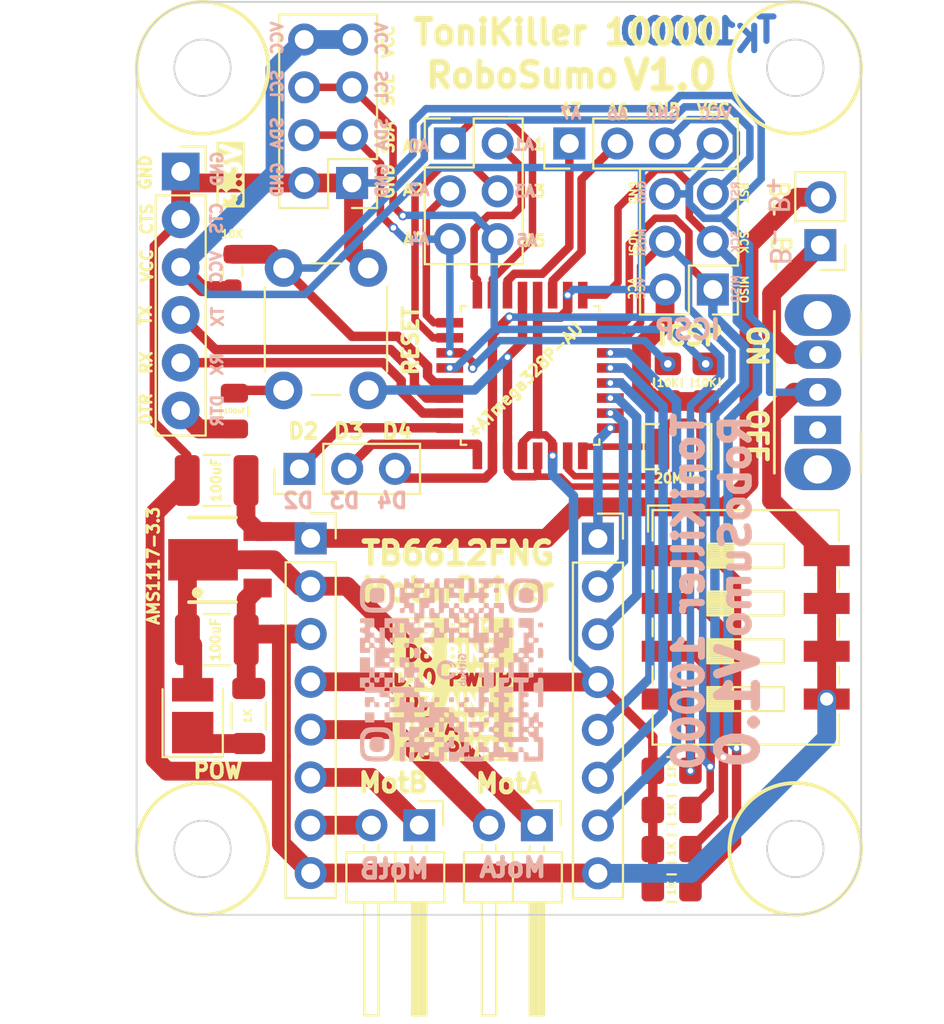
<source format=kicad_pcb>
(kicad_pcb (version 20221018) (generator pcbnew)
  (layers (0 "F.Cu" signal) (31 "B.Cu" signal) (34 "B.Paste" user) (35 "F.Paste" user) (36 "B.SilkS" user "B.Silkscreen") (37 "F.SilkS" user "F.Silkscreen") (38 "B.Mask" user) (39 "F.Mask" user) (44 "Edge.Cuts" user))
  (net 0 "")
  (net 1 "+BATT")
  (net 2 "RESET")
  (net 3 "Net-(J7-Pin_2)")
  (net 4 "Net-(J7-Pin_1)")
  (net 5 "Net-(J6-Pin_1)")
  (net 6 "Net-(J6-Pin_2)")
  (net 7 "Net-(D1-K)")
  (net 8 "D12{slash}MISO")
  (net 9 "Net-(U1-XTAL1{slash}PB6)")
  (net 10 "Net-(U1-XTAL2{slash}PB7)")
  (net 11 "D13{slash}SCK")
  (net 12 "A6")
  (net 13 "A7")
  (net 14 "D11{slash}MOSI")
  (net 15 "D3")
  (net 16 "TX")
  (net 17 "RX")
  (net 18 "A0")
  (net 19 "A1")
  (net 20 "A2")
  (net 21 "A3")
  (net 22 "+5V")
  (net 23 "D4")
  (net 24 "D5{slash}PWMA")
  (net 25 "D6{slash}AIN2")
  (net 26 "GND")
  (net 27 "Net-(J1-Pin_1)")
  (net 29 "D7{slash}AIN1")
  (net 30 "D8{slash}BIN1")
  (net 31 "D9{slash}BIN2")
  (net 32 "D10{slash}PWMB")
  (net 33 "A4{slash}SDA")
  (net 34 "A5{slash}SCL")
  (net 35 "D2")
  (net 36 "Net-(J5-Pin_6)")
  (footprint "Resistor_SMD:R_0805_2012Metric_Pad1.20x1.40mm_HandSolder" (layer "F.Cu") (at 174.44125 93.74 -90)
    (fp_text reference "R11" hide)
    (fp_text value "10K")
  )
  (footprint "Connector_PinHeader_2.54mm:PinHeader_1x04_P2.54mm_Vertical" (layer "F.Cu") (at 169.206376 81.034874 90)
    (fp_text reference "J10" hide)
    (fp_text value "Conn_01x04_Pin")
  )
  (footprint "Resistor_SMD:R_0805_2012Metric_Pad1.20x1.40mm_HandSolder" (layer "F.Cu") (at 174.64125 114.36)
    (fp_text reference "R10" hide)
    (fp_text value "1K")
  )
  (footprint "Button_Switch_THT:SW_CuK_OS102011MA1QN1_SPDT_Angled" (layer "F.Cu") (at 182.40125 96.25 90)
    (fp_text reference "SW1" hide)
    (fp_text value "SW_SPDT" hide)
  )
  (footprint "Button_Switch_THT:SW_PUSH_6mm" (layer "F.Cu") (at 158.52125 87.65 -90)
    (fp_text reference "SW2" hide)
    (fp_text value "RESET")
  )
  (footprint "Resistor_SMD:R_1206_3216Metric" (layer "F.Cu") (at 152.16905 111.4497 -90)
    (fp_text reference "R1" hide)
    (fp_text value "1K")
  )
  (footprint "Resistor_SMD:R_0805_2012Metric_Pad1.20x1.40mm_HandSolder" (layer "F.Cu") (at 176.45125 93.74 -90)
    (fp_text reference "R12" hide)
    (fp_text value "10K")
  )
  (footprint "Connector_PinSocket_2.54mm:PinSocket_1x06_P2.54mm_Vertical" (layer "F.Cu") (at 148.55125 82.52)
    (fp_text reference "J5" hide)
    (fp_text value "Conn_01x06_MountingPin")
  )
  (footprint "Capacitor_SMD:C_1210_3225Metric_Pad1.33x2.70mm_HandSolder" (layer "F.Cu") (at 150.47 107.4)
    (fp_text reference "C2" hide)
    (fp_text value "100uF")
  )
  (footprint "TQFP32_32A_MCH" (layer "F.Cu") (at 167.11845 93.3578 90)
    (fp_text reference "U1" hide)
    (fp_text value "ATmega328P-AU ")
  )
  (footprint "Connector_PinHeader_2.54mm:PinHeader_2x04_P2.54mm_Vertical" (layer "F.Cu") (at 157.65625 83.13 180)
    (fp_text reference "J9" hide)
    (fp_text value "I2C_Sensors" hide)
  )
  (footprint "Connector_PinHeader_2.54mm:PinHeader_1x02_P2.54mm_Vertical" (layer "F.Cu") (at 182.54125 86.43 180)
    (fp_text reference "J1" hide)
    (fp_text value "BAT" hide)
  )
  (footprint "Resistor_SMD:R_0805_2012Metric_Pad1.20x1.40mm_HandSolder" (layer "F.Cu") (at 174.64125 116.44)
    (fp_text reference "R9" hide)
    (fp_text value "1K")
  )
  (footprint "Resistor_SMD:R_0805_2012Metric_Pad1.20x1.40mm_HandSolder" (layer "F.Cu") (at 174.64125 120.6)
    (fp_text reference "R7" hide)
    (fp_text value "1K")
  )
  (footprint "LED_SMD:LED_PLCC_2835" (layer "F.Cu") (at 149.19 111.43 90)
    (fp_text reference "D1" hide)
    (fp_text value "POW")
  )
  (footprint "Connector_PinSocket_2.54mm:PinSocket_1x08_P2.54mm_Vertical" (layer "F.Cu") (at 170.724836 102.0275)
    (fp_text reference "J21" hide)
    (fp_text value "Conn_01x03")
  )
  (footprint "Connector_PinHeader_2.54mm:PinHeader_1x03_P2.54mm_Vertical" (layer "F.Cu") (at 154.86125 98.32 90)
    (fp_text reference "J8" hide)
    (fp_text value "Conn_01x03_Pin")
  )
  (footprint "Button_Switch_SMD:SW_DIP_SPSTx04_Slide_9.78x12.34mm_W8.61mm_P2.54mm" (layer "F.Cu") (at 178.57625 106.74)
    (fp_text reference "SW3" hide)
    (fp_text value "SW_DIP_x04")
  )
  (footprint "Connector_PinHeader_2.54mm:PinHeader_1x02_P2.54mm_Horizontal" (layer "F.Cu") (at 167.477436 117.250228 -90)
    (fp_text reference "J7" hide)
    (fp_text value "MotA")
  )
  (footprint "Connector_PinHeader_2.54mm:PinHeader_2x03_P2.54mm_Vertical" (layer "F.Cu") (at 176.83125 88.79 180)
    (fp_text reference "J2" hide)
    (fp_text value "ICSP")
  )
  (footprint "Crystal:Resonator_SMD_Murata_CSTxExxV-3Pin_3.0x1.1mm" (layer "F.Cu") (at 174.95125 97.14 180)
    (fp_text reference "Y1" hide)
    (fp_text value "20MHz")
  )
  (footprint "Connector_PinHeader_2.54mm:PinHeader_1x02_P2.54mm_Horizontal" (layer "F.Cu") (at 161.227436 117.250228 -90)
    (fp_text reference "J6" hide)
    (fp_text value "MotB")
  )
  (footprint "78L05:PK(R-PSSO-F3)" (layer "F.Cu") (at 148.99 103.15 90)
    (fp_text reference "U2" hide)
    (fp_text value "AMS1117-3.3")
  )
  (footprint "Connector_PinSocket_2.54mm:PinSocket_1x08_P2.54mm_Vertical" (layer "F.Cu") (at 155.459836 102.0125)
    (fp_text reference "J20" hide)
    (fp_text value "BAT")
  )
  (footprint "Resistor_SMD:R_0603_1608Metric_Pad0.98x0.95mm_HandSolder" (layer "F.Cu") (at 151.31125 87.83 -90)
    (fp_text reference "R2" hide)
    (fp_text value "10K")
  )
  (footprint "Capacitor_SMD:C_0805_2012Metric" (layer "F.Cu") (at 151.40625 95.25 90)
    (fp_text reference "C3" hide)
    (fp_text value "100nF")
  )
  (footprint "Capacitor_SMD:C_1210_3225Metric_Pad1.33x2.70mm_HandSolder" (layer "F.Cu") (at 150.46 98.94 180)
    (fp_text reference "C1" hide)
    (fp_text value "100uF")
  )
  (footprint "Resistor_SMD:R_0805_2012Metric_Pad1.20x1.40mm_HandSolder" (layer "F.Cu") (at 174.64125 118.52)
    (fp_text reference "R8" hide)
    (fp_text value "1K")
  )
  (footprint "Connector_PinHeader_2.54mm:PinHeader_2x03_P2.54mm_Vertical" (layer "F.Cu") (at 162.856376 81.034874)
    (fp_text reference "J4" hide)
    (fp_text value "ICSP" hide)
  )
  (footprint "LOGO" (layer "B.Cu") (at 162.885432 109.022351 -90)
    (fp_text reference "G***" hide)
    (fp_text value "LOGO" hide)
  )
  (gr_circle (center 181.21125 118.51) (end 181.21125 122.01) (stroke (width 0.2)) (fill none) (layer "F.SilkS"))
  (gr_circle (center 181.21125 77.01) (end 181.21125 80.51) (stroke (width 0.2)) (fill none) (layer "F.SilkS"))
  (gr_circle (center 149.71125 118.51) (end 149.71125 122.01) (stroke (width 0.2)) (fill none) (layer "F.SilkS"))
  (gr_circle (center 149.71125 77.01) (end 149.71125 80.51) (stroke (width 0.2)) (fill none) (layer "F.SilkS"))
  (gr_arc (start 184.71125 118.51) (mid 183.686094 120.984843) (end 181.21125 122.01) (stroke (width 0.1)) (layer "Edge.Cuts"))
  (gr_circle (center 149.71125 77.01) (end 149.71125 78.51) (stroke (width 0.1)) (fill none) (layer "Edge.Cuts"))
  (gr_line (start 149.71125 122.01) (end 181.21125 122.01) (stroke (width 0.1)) (layer "Edge.Cuts"))
  (gr_arc (start 149.71125 122.01) (mid 147.236376 120.984874) (end 146.21125 118.51) (stroke (width 0.1)) (layer "Edge.Cuts"))
  (gr_line (start 181.21125 73.51) (end 149.71125 73.51) (stroke (width 0.1)) (layer "Edge.Cuts"))
  (gr_arc (start 181.21125 73.51) (mid 183.686132 74.535122) (end 184.71125 77.01) (stroke (width 0.1)) (layer "Edge.Cuts"))
  (gr_circle (center 149.71125 118.51) (end 149.71125 120.01) (stroke (width 0.1)) (fill none) (layer "Edge.Cuts"))
  (gr_circle (center 181.21125 118.51) (end 181.21125 120.01) (stroke (width 0.1)) (fill none) (layer "Edge.Cuts"))
  (gr_arc (start 146.21125 77.01) (mid 147.236347 74.535097) (end 149.71125 73.51) (stroke (width 0.1)) (layer "Edge.Cuts"))
  (gr_line (start 146.21125 77.01) (end 146.21125 118.51) (stroke (width 0.1)) (layer "Edge.Cuts"))
  (gr_circle (center 181.21125 77.01) (end 181.21125 78.51) (stroke (width 0.1)) (fill none) (layer "Edge.Cuts"))
  (gr_line (start 184.71125 118.51) (end 184.71125 77.01) (stroke (width 0.1)) (layer "Edge.Cuts"))
  (gr_text "K" (at 178.69 75.49) (layer "B.Cu") (effects (font (size 1.3 1.3) (thickness 0.325) bold) (justify mirror)))
  (gr_text "10000\n" (at 175.01 75.08) (layer "B.Cu") (effects (font (size 1.3 1.3) (thickness 0.325) bold) (justify mirror)))
  (gr_text "T\n" (at 179.68 75) (layer "B.Cu") (effects (font (size 1.3 1.3) (thickness 0.325) bold) (justify mirror)))
  (gr_text "CTS" (at 150.46 85.01 90) (layer "B.SilkS") (effects (font (size 0.6 0.6) (thickness 0.15) bold) (justify mirror)))
  (gr_text "GND" (at 159.24 81.99 90) (layer "B.SilkS") (effects (font (size 0.6 0.6)) (justify left mirror)))
  (gr_text "GND" (at 153.68 81.95 90) (layer "B.SilkS") (effects (font (size 0.6 0.6)) (justify left mirror)))
  (gr_text "ICSP\n\n" (at 175.49 91.73) (layer "B.SilkS") (effects (font (size 1 1) (thickness 0.25) bold) (justify mirror)))
  (gr_text "A4" (at 161.85 86.11) (layer "B.SilkS") (effects (font (size 0.6 0.6)) (justify left mirror)))
  (gr_text "SDA" (at 153.68 79.55 90) (layer "B.SilkS") (effects (font (size 0.6 0.6)) (justify left mirror)))
  (gr_text "A6" (at 172.4 79.47) (layer "B.SilkS") (effects (font (size 0.6 0.6)) (justify left mirror)))
  (gr_text "A3" (at 167.48 83.57) (layer "B.SilkS") (effects (font (size 0.6 0.6)) (justify left mirror)))
  (gr_text "ToniKiller 10000\n" (at 175.55 104.85 90) (layer "B.SilkS") (effects (font (size 1.5 1.5) (thickness 0.375) bold) (justify mirror)))
  (gr_text "VCC" (at 153.68 74.47 90) (layer "B.SilkS") (effects (font (size 0.6 0.6)) (justify left mirror)))
  (gr_text "B_{+}" (at 180.32 83.78 -90) (layer "B.SilkS") (effects (font (size 1 1)) (justify mirror)))
  (gr_text "VCC" (at 173.02 88.72 90) (layer "B.SilkS") (effects (font (size 0.4 0.4) (thickness 0.1)) (justify mirror)))
  (gr_text "MISO\n" (at 178.04 88.75 90) (layer "B.SilkS") (effects (font (size 0.4 0.4) (thickness 0.1)) (justify mirror)))
  (gr_text "VCC" (at 177.9 79.45) (layer "B.SilkS") (effects (font (size 0.6 0.6)) (justify left mirror)))
  (gr_text "A5" (at 167.59 86.19) (layer "B.SilkS") (effects (font (size 0.6 0.6)) (justify left mirror)))
  (gr_text "A0" (at 161.84 81.16) (layer "B.SilkS") (effects (font (size 0.6 0.6)) (justify left mirror)))
  (gr_text "A1" (at 167.41 81.09) (layer "B.SilkS") (effects (font (size 0.6 0.6)) (justify left mirror)))
  (gr_text "VCC" (at 150.45 87.6 90) (layer "B.SilkS") (effects (font (size 0.6 0.6) (thickness 0.15) bold) (justify mirror)))
  (gr_text "MotA" (at 166.2 119.5) (layer "B.SilkS") (effects (font (size 1 1) (thickness 7)) (justify mirror)))
  (gr_text "MOSI\n" (at 173.07 86.27 90) (layer "B.SilkS") (effects (font (size 0.4 0.4) (thickness 0.1)) (justify mirror)))
  (gr_text "VCC" (at 159.24 74.51 90) (layer "B.SilkS") (effects (font (size 0.6 0.6)) (justify left mirror)))
  (gr_text "GND" (at 150.49 82.39 90) (layer "B.SilkS") (effects (font (size 0.6 0.6) (thickness 0.15) bold) (justify mirror)))
  (gr_text "D2" (at 155.71 100.01) (layer "B.SilkS") (effects (font (size 0.8 0.8) (thickness 0.2)) (justify left mirror)))
  (gr_text "SDA" (at 159.24 79.59 90) (layer "B.SilkS") (effects (font (size 0.6 0.6)) (justify left mirror)))
  (gr_text "SCL" (at 153.68 77.03 90) (layer "B.SilkS") (effects (font (size 0.6 0.6)) (justify left mirror)))
  (gr_text "MotB" (at 159.91 119.57) (layer "B.SilkS") (effects (font (size 1 1) (thickness 7)) (justify mirror)))
  (gr_text "A2" (at 161.86 83.5) (layer "B.SilkS") (effects (font (size 0.6 0.6)) (justify left mirror)))
  (gr_text "RoboSumo" (at 178.04 101.39 90) (layer "B.SilkS") (effects (font (size 1.5 1.5) (thickness 0.375) bold) (justify mirror)))
  (gr_text "TX" (at 150.52 90.24 90) (layer "B.SilkS") (effects (font (size 0.6 0.6) (thickness 0.15) bold) (justify mirror)))
  (gr_text "V1.0\n" (at 178.19 110.92 90) (layer "B.SilkS") (effects (font (size 2 2) (thickness 0.5) bold) (justify mirror)))
  (gr_text "D3\n" (at 158.17 100.01) (layer "B.SilkS") (effects (font (size 0.8 0.8) (thickness 0.2)) (justify left mirror)))
  (gr_text "GND" (at 175.18 79.45) (layer "B.SilkS") (effects (font (size 0.6 0.6)) (justify left mirror)))
  (gr_text "A7" (at 169.92 79.43) (layer "B.SilkS") (effects (font (size 0.6 0.6)) (justify left mirror)))
  (gr_text "SCL" (at 159.24 77.07 90) (layer "B.SilkS") (effects (font (size 0.6 0.6)) (justify left mirror)))
  (gr_text "GND" (at 173.07 83.62 90) (layer "B.SilkS") (effects (font (size 0.4 0.4) (thickness 0.1)) (justify mirror)))
  (gr_text "D4\n" (at 160.7 100.01) (layer "B.SilkS") (effects (font (size 0.8 0.8) (thickness 0.2)) (justify left mirror)))
  (gr_text "SCK" (at 178.04 86.25 90) (layer "B.SilkS") (effects (font (size 0.4 0.4) (thickness 0.1)) (justify mirror)))
  (gr_text "DTR" (at 150.5 95.23 90) (layer "B.SilkS") (effects (font (size 0.6 0.6) (thickness 0.15) bold) (justify mirror)))
  (gr_text "RX" (at 150.49 92.76 90) (layer "B.SilkS") (effects (font (size 0.6 0.6) (thickness 0.15) bold) (justify mirror)))
  (gr_text "RST" (at 178.04 83.6 90) (layer "B.SilkS") (effects (font (size 0.4 0.4) (thickness 0.1)) (justify mirror)))
  (gr_text "B_{-}" (at 180.39 86.53 -90) (layer "B.SilkS") (effects (font (size 1 1)) (justify mirror)))
  (gr_text "GND" (at 173.17845 79.2278) (layer "F.SilkS") (effects (font (size 0.6 0.6)) (justify left)))
  (gr_text "D2" (at 154.16125 96.32) (layer "F.SilkS") (effects (font (size 0.8 0.8) (thickness 0.2)) (justify left)))
  (gr_text "A6" (at 171.146376 79.254874) (layer "F.SilkS") (effects (font (size 0.6 0.6)) (justify left)))
  (gr_text "VCC" (at 172.53125 88.74 -90) (layer "F.SilkS") (effects (font (size 0.4 0.4) (thickness 0.1))))
  (gr_text "A1" (at 166.696376 81.064874) (layer "F.SilkS") (effects (font (size 0.6 0.6)) (justify left)))
  (gr_text "VCC" (at 175.89845 79.2278) (layer "F.SilkS") (effects (font (size 0.6 0.6)) (justify left)))
  (gr_text "3.3V" (at 151.25 82.71 90) (layer "F.SilkS" knockout) (effects (font (size 1 1) (thickness 0.25) bold)))
  (gr_text "TB6612FNG \nMotorDriver" (at 158.00125 105.45) (layer "F.SilkS") (effects (font (size 1.2 1.2) (thickness 0.3) bold) (justify left bottom)))
  (gr_text "A3" (at 166.726376 83.574874) (layer "F.SilkS") (effects (font (size 0.6 0.6)) (justify left)))
  (gr_text "RX" (at 146.72125 92.68 90) (layer "F.SilkS") (effects (font (size 0.6 0.6) (thickness 0.15) bold)))
  (gr_text "D3\n" (at 156.57125 96.32) (layer "F.SilkS") (effects (font (size 0.8 0.8) (thickness 0.2)) (justify left)))
  (gr_text "D4\n" (at 159.15625 96.32) (layer "F.SilkS") (effects (font (size 0.8 0.8) (thickness 0.2)) (justify left)))
  (gr_text " D9 BIN1\n D8 BIN2\nD10 PWMB\n D7 AIN1\n D6 AIN2\n D5 PWMA" (at 159.69125 110.07) (layer "F.SilkS" knockout) (effects (font (size 0.8 0.8) (thickness 0.2)) (justify left)))
  (gr_text "A7" (at 168.666376 79.214874) (layer "F.SilkS") (effects (font (size 0.6 0.6)) (justify left)))
  (gr_text "MOSI\n" (at 172.58125 86.29 -90) (layer "F.SilkS") (effects (font (size 0.4 0.4) (thickness 0.1))))
  (gr_text "GND" (at 172.58125 83.64 -90) (layer "F.SilkS") (effects (font (size 0.4 0.4) (thickness 0.1))))
  (gr_text "A0" (at 160.256376 81.184874) (layer "F.SilkS") (effects (font (size 0.6 0.6)) (justify left)))
  (gr_text "VCC" (at 146.76125 87.52 90) (layer "F.SilkS") (effects (font (size 0.6 0.6) (thickness 0.15) bold)))
  (gr_text "GND" (at 146.68125 82.57 90) (layer "F.SilkS") (effects (font (size 0.6 0.6) (thickness 0.15) bold)))
  (gr_text "RoboSumo" (at 166.71845 77.4078) (layer "F.SilkS") (effects (font (size 1.3 1.3) (thickness 0.325) bold)))
  (gr_text "CTS" (at 146.75125 85.04 90) (layer "F.SilkS") (effects (font (size 0.6 0.6) (thickness 0.15) bold)))
  (gr_text "B_{-}" (at 180.44125 86.91 -90) (layer "F.SilkS") (effects (font (size 1 1))))
  (gr_text "A5" (at 166.736376 86.204874) (layer "F.SilkS") (effects (font (size 0.6 0.6)) (justify left)))
  (gr_text "POW" (at 150.53 114.35) (layer "F.SilkS") (effects (font (size 0.8 0.8) (thickness 0.2))))
  (gr_text "V1.0\n" (at 174.57845 77.4078) (layer "F.SilkS") (effects (font (size 1.5 1.5) (thickness 0.375) bold)))
  (gr_text "B_{+}" (at 180.35125 83.99 -90) (layer "F.SilkS") (effects (font (size 1 1))))
  (gr_text "ON" (at 179.18125 91.79 -90) (layer "F.SilkS") (effects (font (size 1 1) (thickness 0.25))))
  (gr_text "RST" (at 178.48125 83.64 -90) (layer "F.SilkS") (effects (font (size 0.4 0.4) (thickness 0.1))))
  (gr_text "SCK" (at 178.48125 86.29 -90) (layer "F.SilkS") (effects (font (size 0.4 0.4) (thickness 0.1))))
  (gr_text "SDA" (at 159.58125 81.66 90) (layer "F.SilkS") (effects (font (size 0.6 0.6)) (justify left)))
  (gr_text "MISO\n" (at 178.48125 88.79 -90) (layer "F.SilkS") (effects (font (size 0.4 0.4) (thickness 0.1))))
  (gr_text "A2" (at 160.276376 83.504874) (layer "F.SilkS") (effects (font (size 0.6 0.6)) (justify left)))
  (gr_text "SCL" (at 159.58125 79.14 90) (layer "F.SilkS") (effects (font (size 0.6 0.6)) (justify left)))
  (gr_text "GND" (at 159.58125 84.06 90) (layer "F.SilkS") (effects (font (size 0.6 0.6)) (justify left)))
  (gr_text "TX" (at 146.69125 90.16 90) (layer "F.SilkS") (effects (font (size 0.6 0.6) (thickness 0.15) bold)))
  (gr_text "VCC" (at 159.58125 76.58 90) (layer "F.SilkS") (effects (font (size 0.6 0.6)) (justify left)))
  (gr_text "ToniKiller 10000\n" (at 169.136376 75.134874) (layer "F.SilkS") (effects (font (size 1.3 1.3) (thickness 0.325) bold)))
  (gr_text "DTR" (at 146.71125 95.15 90) (layer "F.SilkS") (effects (font (size 0.6 0.6) (thickness 0.15) bold)))
  (gr_text "OFF\n" (at 179.18125 96.55 -90) (layer "F.SilkS") (effects (font (size 1 1) (thickness 0.25))))
  (gr_text "A4" (at 160.296376 86.114874) (layer "F.SilkS") (effects (font (size 0.6 0.6)) (justify left)))
  (segment (start 177.48125 100.34) (end 178.752496 99.068754) (width 1) (layer "F.Cu") (net 1))
  (segment (start 155.459836 102.0125) (end 167.97875 102.0125) (width 1) (layer "F.Cu") (net 1))
  (segment (start 152.0225 98.94) (end 152.0225 101.0325) (width 1) (layer "F.Cu") (net 1))
  (segment (start 155.097336 101.65) (end 155.459836 102.0125) (width 1) (layer "F.Cu") (net 1))
  (segment (start 167.97875 102.0125) (end 169.65125 100.34) (width 1) (layer "F.Cu") (net 1))
  (segment (start 181.29125 83.89) (end 182.54125 83.89) (width 1) (layer "F.Cu") (net 1))
  (segment (start 178.752496 86.428754) (end 181.29125 83.89) (width 1) (layer "F.Cu") (net 1))
  (segment (start 169.65125 100.34) (end 177.48125 100.34) (width 1) (layer "F.Cu") (net 1))
  (segment (start 152.64 101.65) (end 155.097336 101.65) (width 1) (layer "F.Cu") (net 1))
  (segment (start 152.0225 101.0325) (end 152.64 101.65) (width 1) (layer "F.Cu") (net 1))
  (segment (start 178.752496 99.068754) (end 178.752496 86.428754) (width 1) (layer "F.Cu") (net 1))
  (segment (start 155.467336 102.02) (end 155.459836 102.0125) (width 1) (layer "F.Cu") (net 1))
  (segment (start 161.67125 93.379397) (end 161.67125 92.86) (width 0.5) (layer "F.Cu") (net 2))
  (segment (start 161.67125 92.86) (end 160.09125 91.28) (width 0.5) (layer "F.Cu") (net 2))
  (segment (start 151.31125 86.9175) (end 153.28875 86.9175) (width 1) (layer "F.Cu") (net 2))
  (segment (start 157.65125 91.28) (end 154.02125 87.65) (width 0.5) (layer "F.Cu") (net 2))
  (segment (start 153.28875 86.9175) (end 154.02125 87.65) (width 1) (layer "F.Cu") (net 2))
  (segment (start 151.55625 94.15) (end 151.40625 94.3) (width 0.5) (layer "F.Cu") (net 2))
  (segment (start 154.02125 94.15) (end 151.55625 94.15) (width 0.5) (layer "F.Cu") (net 2))
  (segment (start 162.049652 93.757799) (end 161.67125 93.379397) (width 0.5) (layer "F.Cu") (net 2))
  (segment (start 162.85125 93.757799) (end 162.049652 93.757799) (width 0.5) (layer "F.Cu") (net 2))
  (segment (start 160.09125 91.28) (end 157.65125 91.28) (width 0.5) (layer "F.Cu") (net 2))
  (segment (start 178.8 81.77) (end 176.86 83.71) (width 0.4) (layer "B.Cu") (net 2))
  (segment (start 161.49845 80.127114) (end 161.84069 79.784874) (width 0.4) (layer "B.Cu") (net 2))
  (segment (start 175.32845 79.0878) (end 177.6678 79.0878) (width 0.4) (layer "B.Cu") (net 2))
  (segment (start 176.86 83.71) (end 176.83125 83.71) (width 0.4) (layer "B.Cu") (net 2))
  (segment (start 156.52125 86.831472) (end 156.52125 86.821572) (width 0.4) (layer "B.Cu") (net 2))
  (segment (start 156.52125 86.821572) (end 161.49845 81.844372) (width 0.4) (layer "B.Cu") (net 2))
  (segment (start 155.702722 87.65) (end 156.52125 86.831472) (width 0.4) (layer "B.Cu") (net 2))
  (segment (start 161.49845 81.844372) (end 161.49845 80.127114) (width 0.4) (layer "B.Cu") (net 2))
  (segment (start 177.6678 79.0878) (end 178.8 80.22) (width 0.4) (layer "B.Cu") (net 2))
  (segment (start 154.02125 87.65) (end 155.702722 87.65) (width 0.4) (layer "B.Cu") (net 2))
  (segment (start 161.84069 79.784874) (end 174.631376 79.784874) (width 0.4) (layer "B.Cu") (net 2))
  (segment (start 178.8 80.22) (end 178.8 81.77) (width 0.4) (layer "B.Cu") (net 2))
  (segment (start 174.631376 79.784874) (end 175.32845 79.0878) (width 0.4) (layer "B.Cu") (net 2))
  (segment (start 159.859708 112.1725) (end 164.937436 117.250228) (width 1) (layer "F.Cu") (net 3))
  (segment (start 155.459836 112.1725) (end 159.859708 112.1725) (width 1) (layer "F.Cu") (net 3))
  (segment (start 155.459836 109.6325) (end 159.859708 109.6325) (width 1) (layer "F.Cu") (net 4))
  (segment (start 159.859708 109.6325) (end 167.477436 117.250228) (width 1) (layer "F.Cu") (net 4))
  (segment (start 155.459836 114.7125) (end 158.689708 114.7125) (width 1) (layer "F.Cu") (net 5))
  (segment (start 158.689708 114.7125) (end 161.227436 117.250228) (width 1) (layer "F.Cu") (net 5))
  (segment (start 155.459836 117.2525) (end 158.685164 117.2525) (width 1) (layer "F.Cu") (net 6))
  (segment (start 158.685164 117.2525) (end 158.687436 117.250228) (width 1) (layer "F.Cu") (net 6))
  (segment (start 152.16905 112.9122) (end 149.7722 112.9122) (width 1) (layer "F.Cu") (net 7))
  (segment (start 149.7722 112.9122) (end 149.19 112.33) (width 1) (layer "F.Cu") (net 7))
  (segment (start 177.39125 113.64) (end 177.39125 116.77) (width 0.5) (layer "F.Cu") (net 8))
  (segment (start 176.06125 105.47) (end 174.27125 105.47) (width 0.5) (layer "F.Cu") (net 8))
  (segment (start 172.138718 90.557801) (end 172.39125 90.305269) (width 0.4) (layer "F.Cu") (net 8))
  (segment (start 175.56 85.75263) (end 175.56 87.51875) (width 0.4) (layer "F.Cu") (net 8))
  (segment (start 171.38565 90.557801) (end 172.138718 90.557801) (width 0.4) (layer "F.Cu") (net 8))
  (segment (start 177.39125 106.8) (end 176.06125 105.47) (width 0.5) (layer "F.Cu") (net 8))
  (segment (start 172.39125 86.38388) (end 173.770474 85.004656) (width 0.4) (layer "F.Cu") (net 8))
  (segment (start 177.39125 113.64) (end 177.39125 106.8) (width 0.5) (layer "F.Cu") (net 8))
  (segment (start 177.39125 116.77) (end 175.64125 118.52) (width 0.5) (layer "F.Cu") (net 8))
  (segment (start 173.770474 85.004656) (end 174.812026 85.004656) (width 0.4) (layer "F.Cu") (net 8))
  (segment (start 174.812026 85.004656) (end 175.56 85.75263) (width 0.4) (layer "F.Cu") (net 8))
  (segment (start 172.39125 90.305269) (end 172.39125 86.38388) (width 0.4) (layer "F.Cu") (net 8))
  (segment (start 175.56 87.51875) (end 176.83125 88.79) (width 0.4) (layer "F.Cu") (net 8))
  (via (at 177.39125 113.64) (size 0.5) (drill 0.3) (layers "F.Cu" "B.Cu") (net 8))
  (segment (start 177.39125 113.64) (end 176.94125 113.19) (width 0.5) (layer "B.Cu") (net 8))
  (segment (start 176.94125 113.19) (end 176.94125 95.427766) (width 0.5) (layer "B.Cu") (net 8))
  (segment (start 176.94125 95.427766) (end 178.50125 93.867767) (width 0.5) (layer "B.Cu") (net 8))
  (segment (start 176.83125 90.136448) (end 176.83125 88.79) (width 0.5) (layer "B.Cu") (net 8))
  (segment (start 178.50125 91.806448) (end 176.83125 90.136448) (width 0.5) (layer "B.Cu") (net 8))
  (segment (start 178.50125 93.867767) (end 178.50125 91.806448) (width 0.5) (layer "B.Cu") (net 8))
  (segment (start 169.118449 97.625) (end 169.118449 98.3362) (width 0.35) (layer "F.Cu") (net 9))
  (segment (start 174.34125 96.06967) (end 174.59592 95.815) (width 0.35) (layer "F.Cu") (net 9))
  (segment (start 175.77625 95.815) (end 176.15125 96.19) (width 0.35) (layer "F.Cu") (net 9))
  (segment (start 173.86038 98.7112) (end 174.34125 98.23033) (width 0.35) (layer "F.Cu") (net 9))
  (segment (start 173.77125 98.7112) (end 173.86038 98.7112) (width 0.35) (layer "F.Cu") (net 9))
  (segment (start 174.59592 95.815) (end 175.77625 95.815) (width 0.35) (layer "F.Cu") (net 9))
  (segment (start 169.493449 98.7112) (end 173.77125 98.7112) (width 0.35) (layer "F.Cu") (net 9))
  (segment (start 176.15125 96.19) (end 176.15125 97.14) (width 0.35) (layer "F.Cu") (net 9))
  (segment (start 174.34125 98.23033) (end 174.34125 96.06967) (width 0.35) (layer "F.Cu") (net 9))
  (segment (start 169.118449 98.3362) (end 169.493449 98.7112) (width 0.35) (layer "F.Cu") (net 9))
  (segment (start 169.918449 97.625) (end 169.918449 97.202801) (width 0.35) (layer "F.Cu") (net 10))
  (segment (start 169.918449 97.202801) (end 169.98125 97.14) (width 0.35) (layer "F.Cu") (net 10))
  (segment (start 169.98125 97.14) (end 173.75125 97.14) (width 0.35) (layer "F.Cu") (net 10))
  (segment (start 175.58125 84.925352) (end 176.83125 86.175352) (width 0.4) (layer "F.Cu") (net 11))
  (segment (start 178.09125 113.16) (end 178.09125 118.15) (width 0.5) (layer "F.Cu") (net 11))
  (segment (start 178.09125 113.16) (end 178.09125 104.21) (width 0.5) (layer "F.Cu") (net 11))
  (segment (start 178.09125 118.15) (end 175.64125 120.6) (width 0.5) (layer "F.Cu") (net 11))
  (segment (start 169.918449 89.0906) (end 171.11065 89.0906) (width 0.4) (layer "F.Cu") (net 11))
  (segment (start 176.83125 86.175352) (end 176.83125 86.25) (width 0.4) (layer "F.Cu") (net 11))
  (segment (start 178.09125 104.21) (end 176.81125 102.93) (width 0.5) (layer "F.Cu") (net 11))
  (segment (start 173.81513 82.42) (end 174.838685 82.42) (width 0.4) (layer "F.Cu") (net 11))
  (segment (start 174.838685 82.42) (end 175.58125 83.162565) (width 0.4) (layer "F.Cu") (net 11))
  (segment (start 171.79125 84.44388) (end 173.81513 82.42) (width 0.4) (layer "F.Cu") (net 11))
  (segment (start 175.58125 83.162565) (end 175.58125 84.925352) (width 0.4) (layer "F.Cu") (net 11))
  (segment (start 171.79125 88.41) (end 171.79125 84.44388) (width 0.4) (layer "F.Cu") (net 11))
  (segment (start 171.11065 89.0906) (end 171.79125 88.41) (width 0.4) (layer "F.Cu") (net 11))
  (segment (start 176.81125 102.93) (end 174.27125 102.93) (width 0.5) (layer "F.Cu") (net 11))
  (via (at 178.09125 113.16) (size 0.5) (drill 0.3) (layers "F.Cu" "B.Cu") (net 11))
  (segment (start 179.20125 94.18) (end 179.20125 91.516498) (width 0.5) (layer "B.Cu") (net 11))
  (segment (start 178.13125 90.446498) (end 178.13125 87.55) (width 0.5) (layer "B.Cu") (net 11))
  (segment (start 177.64125 95.74) (end 179.20125 94.18) (width 0.5) (layer "B.Cu") (net 11))
  (segment (start 179.20125 91.516498) (end 178.13125 90.446498) (width 0.5) (layer "B.Cu") (net 11))
  (segment (start 177.64125 112.71) (end 177.64125 95.74) (width 0.5) (layer "B.Cu") (net 11))
  (segment (start 178.09125 113.16) (end 177.64125 112.71) (width 0.5) (layer "B.Cu") (net 11))
  (segment (start 178.13125 87.55) (end 176.83125 86.25) (width 0.5) (layer "B.Cu") (net 11))
  (segment (start 168.31845 88.324359) (end 169.856376 86.786434) (width 0.45) (layer "F.Cu") (net 12))
  (segment (start 169.856376 86.786434) (end 169.856376 82.924874) (width 0.45) (layer "F.Cu") (net 12))
  (segment (start 169.856376 82.924874) (end 171.746376 81.034874) (width 0.45) (layer "F.Cu") (net 12))
  (segment (start 168.31845 89.0906) (end 168.31845 88.324359) (width 0.45) (layer "F.Cu") (net 12))
  (segment (start 167.769171 87.9544) (end 166.288409 87.9544) (width 0.45) (layer "F.Cu") (net 13))
  (segment (start 169.206376 81.034874) (end 169.206376 86.517195) (width 0.45) (layer "F.Cu") (net 13))
  (segment (start 166.288409 87.9544) (end 165.91845 88.324359) (width 0.45) (layer "F.Cu") (net 13))
  (segment (start 169.206376 86.517195) (end 167.769171 87.9544) (width 0.45) (layer "F.Cu") (net 13))
  (segment (start 165.91845 88.324359) (end 165.91845 89.0906) (width 0.45) (layer "F.Cu") (net 13))
  (segment (start 176.69125 115.39) (end 175.64125 116.44) (width 0.4) (layer "F.Cu") (net 14))
  (segment (start 171.38565 91.357801) (end 172.187246 91.357801) (width 0.4) (layer "F.Cu") (net 14))
  (segment (start 172.99125 87.55) (end 174.29125 86.25) (width 0.4) (layer "F.Cu") (net 14))
  (segment (start 176.69125 114.14) (end 176.69125 115.39) (width 0.4) (layer "F.Cu") (net 14))
  (segment (start 172.99125 90.553797) (end 172.99125 87.55) (width 0.4) (layer "F.Cu") (net 14))
  (segment (start 176.69125 114.14) (end 176.69125 109.03) (width 0.5) (layer "F.Cu") (net 14))
  (segment (start 172.187246 91.357801) (end 172.99125 90.553797) (width 0.4) (layer "F.Cu") (net 14))
  (segment (start 175.67125 108.01) (end 174.27125 108.01) (width 0.5) (layer "F.Cu") (net 14))
  (segment (start 176.69125 109.03) (end 175.67125 108.01) (width 0.5) (layer "F.Cu") (net 14))
  (via (at 176.69125 114.14) (size 0.5) (drill 0.3) (layers "F.Cu" "B.Cu") (net 14))
  (segment (start 177.85125 92.075686) (end 175.54125 89.765686) (width 0.4) (layer "B.Cu") (net 14))
  (segment (start 176.29125 95.158528) (end 177.85125 93.598528) (width 0.4) (layer "B.Cu") (net 14))
  (segment (start 177.85125 93.598528) (end 177.85125 92.075686) (width 0.4) (layer "B.Cu") (net 14))
  (segment (start 176.29125 113.74) (end 176.29125 95.158528) (width 0.4) (layer "B.Cu") (net 14))
  (segment (start 175.54125 89.765686) (end 175.54125 87.5) (width 0.4) (layer "B.Cu") (net 14))
  (segment (start 176.69125 114.14) (end 176.29125 113.74) (width 0.4) (layer "B.Cu") (net 14))
  (segment (start 175.54125 87.5) (end 174.29125 86.25) (width 0.4) (layer "B.Cu") (net 14))
  (segment (start 158.706594 97.014656) (end 157.40125 98.32) (width 0.5) (layer "F.Cu") (net 15))
  (segment (start 164.318451 97.014656) (end 158.706594 97.014656) (width 0.5) (layer "F.Cu") (net 15))
  (segment (start 164.318451 97.625) (end 164.318451 97.014656) (width 0.5) (layer "F.Cu") (net 15))
  (segment (start 162.85125 94.5578) (end 161.61125 94.5578) (width 0.5) (layer "F.Cu") (net 16))
  (segment (start 160.97125 93.9178) (end 160.97125 93.24) (width 0.5) (layer "F.Cu") (net 16))
  (segment (start 161.18235 94.1289) (end 160.98125 93.9278) (width 0.5) (layer "F.Cu") (net 16))
  (segment (start 160.97125 93.24) (end 159.71125 91.98) (width 0.5) (layer "F.Cu") (net 16))
  (segment (start 150.39125 91.98) (end 148.55125 90.14) (width 0.5) (layer "F.Cu") (net 16))
  (segment (start 161.61125 94.5578) (end 161.18235 94.1289) (width 0.5) (layer "F.Cu") (net 16))
  (segment (start 159.71125 91.98) (end 150.39125 91.98) (width 0.5) (layer "F.Cu") (net 16))
  (segment (start 161.18235 94.1289) (end 160.97125 93.9178) (width 0.5) (layer "F.Cu") (net 16))
  (segment (start 159.32125 92.68) (end 148.55125 92.68) (width 0.5) (layer "F.Cu") (net 17))
  (segment (start 161.421299 95.357799) (end 160.27125 94.20775) (width 0.5) (layer "F.Cu") (net 17))
  (segment (start 162.85125 95.357799) (end 161.421299 95.357799) (width 0.5) (layer "F.Cu") (net 17))
  (segment (start 160.27125 94.20775) (end 160.27125 93.63) (width 0.5) (layer "F.Cu") (net 17))
  (segment (start 160.27125 93.63) (end 159.32125 92.68) (width 0.5) (layer "F.Cu") (net 17))
  (segment (start 165.118451 88.240474) (end 167.246376 86.112549) (width 0.4) (layer "F.Cu") (net 18))
  (segment (start 167.246376 86.112549) (end 167.246376 81.118754) (width 0.4) (layer "F.Cu") (net 18))
  (segment (start 165.118451 89.0906) (end 165.118451 88.240474) (width 0.4) (layer "F.Cu") (net 18))
  (segment (start 165.902496 79.774874) (end 164.116376 79.774874) (width 0.4) (layer "F.Cu") (net 18))
  (segment (start 167.246376 81.118754) (end 165.902496 79.774874) (width 0.4) (layer "F.Cu") (net 18))
  (segment (start 164.116376 79.774874) (end 162.856376 81.034874) (width 0.4) (layer "F.Cu") (net 18))
  (segment (start 164.890256 84.854874) (end 166.186376 84.854874) (width 0.4) (layer "F.Cu") (net 19))
  (segment (start 166.186376 84.854874) (end 166.646376 84.394874) (width 0.4) (layer "F.Cu") (net 19))
  (segment (start 166.646376 84.394874) (end 166.646376 82.284874) (width 0.4) (layer "F.Cu") (net 19))
  (segment (start 166.646376 82.284874) (end 165.396376 81.034874) (width 0.4) (layer "F.Cu") (net 19))
  (segment (start 164.318451 88.286949) (end 164.146376 88.114874) (width 0.4) (layer "F.Cu") (net 19))
  (segment (start 164.146376 88.114874) (end 164.146376 85.598754) (width 0.4) (layer "F.Cu") (net 19))
  (segment (start 164.318451 89.0906) (end 164.318451 88.286949) (width 0.4) (layer "F.Cu") (net 19))
  (segment (start 164.146376 85.598754) (end 164.890256 84.854874) (width 0.4) (layer "F.Cu") (net 19))
  (segment (start 162.009303 90.557801) (end 161.606376 90.154874) (width 0.4) (layer "F.Cu") (net 20))
  (segment (start 162.85125 90.557801) (end 162.009303 90.557801) (width 0.4) (layer "F.Cu") (net 20))
  (segment (start 161.606376 84.824874) (end 162.856376 83.574874) (width 0.4) (layer "F.Cu") (net 20))
  (segment (start 161.606376 90.154874) (end 161.606376 84.824874) (width 0.4) (layer "F.Cu") (net 20))
  (segment (start 162.85125 91.357799) (end 161.960773 91.357799) (width 0.4) (layer "F.Cu") (net 21))
  (segment (start 164.151032 82.32953) (end 165.396376 83.574874) (width 0.4) (layer "F.Cu") (net 21))
  (segment (start 161.006376 83.658754) (end 162.3356 82.32953) (width 0.4) (layer "F.Cu") (net 21))
  (segment (start 162.3356 82.32953) (end 164.151032 82.32953) (width 0.4) (layer "F.Cu") (net 21))
  (segment (start 161.006376 90.403402) (end 161.006376 83.658754) (width 0.4) (layer "F.Cu") (net 21))
  (segment (start 161.960773 91.357799) (end 161.006376 90.403402) (width 0.4) (layer "F.Cu") (net 21))
  (segment (start 148.56125 87.61) (end 148.56125 87.59) (width 0.8) (layer "F.Cu") (net 22))
  (segment (start 167.53565 90.2578) (end 167.518449 90.275001) (width 0.5) (layer "F.Cu") (net 22))
  (segment (start 167.938135 96.5138) (end 167.098763 96.5138) (width 0.4) (layer "F.Cu") (net 22))
  (segment (start 166.718451 96.894112) (end 166.718451 97.625) (width 0.4) (layer "F.Cu") (net 22))
  (segment (start 167.518449 96.446599) (end 167.53565 96.4638) (width 0.5) (layer "F.Cu") (net 22))
  (segment (start 149.69375 88.7425) (end 148.56125 87.61) (width 0.8) (layer "F.Cu") (net 22))
  (segment (start 170.724836 109.6475) (end 173.64125 112.563914) (width 0.5) (layer "F.Cu") (net 22))
  (segment (start 168.31845 97.625) (end 168.31845 96.894115) (width 0.4) (layer "F.Cu") (net 22))
  (segment (start 169.118451 89.892195) (end 168.752846 90.2578) (width 0.5) (layer "F.Cu") (net 22))
  (segment (start 152.49 103.15) (end 153.49 103.15) (width 1) (layer "F.Cu") (net 22))
  (segment (start 148.9075 103.9825) (end 149.74 103.15) (width 1) (layer "F.Cu") (net 22))
  (segment (start 162.4775 109.6475) (end 157.3825 104.5525) (width 1) (layer "F.Cu") (net 22))
  (segment (start 167.518449 90.275001) (end 167.518449 96.446599) (width 0.5) (layer "F.Cu") (net 22))
  (segment (start 173.64125 116.44) (end 173.64125 114.36) (width 0.5) (layer "F.Cu") (net 22))
  (segment (start 173.64125 112.563914) (end 173.64125 114.36) (width 0.5) (layer "F.Cu") (net 22))
  (segment (start 173.74125 94.74) (end 174.44125 94.74) (width 1) (layer "F.Cu") (net 22))
  (segment (start 169.118451 89.0906) (end 169.118451 89.892195) (width 0.5) (layer "F.Cu") (net 22))
  (segment (start 174.44125 94.74) (end 176.45125 94.74) (width 1) (layer "F.Cu") (net 22))
  (segment (start 174.29125 90.53) (end 173.04125 91.78) (width 1) (layer "F.Cu") (net 22))
  (segment (start 148.9075 107.4) (end 148.9075 103.9825) (width 1) (layer "F.Cu") (net 22))
  (segment (start 151.31125 88.7425) (end 149.69375 88.7425) (width 0.8) (layer "F.Cu") (net 22))
  (segment (start 149.19 110.055) (end 149.19 107.6825) (width 1) (layer "F.Cu") (net 22))
  (segment (start 167.53565 96.4638) (end 167.58565 96.4638) (width 0.5) (layer "F.Cu") (net 22))
  (segment (start 157.3825 104.5525) (end 155.459836 104.5525) (width 1) (layer "F.Cu") (net 22))
  (segment (start 170.724836 109.6475) (end 162.4775 109.6475) (width 1) (layer "F.Cu") (net 22))
  (segment (start 167.098763 96.5138) (end 166.718451 96.894112) (width 0.4) (layer "F.Cu") (net 22))
  (segment (start 148.56125 87.59) (end 148.55125 87.6) (width 1) (layer "F.Cu") (net 22))
  (segment (start 173.04125 91.78) (end 173.04125 94.04) (width 1) (layer "F.Cu") (net 22))
  (segment (start 149.19 107.6825) (end 148.9075 107.4) (width 1) (layer "F.Cu") (net 22))
  (segment (start 168.752846 90.2578) (end 167.53565 90.2578) (width 0.5) (layer "F.Cu") (net 22))
  (segment (start 173.64125 118.52) (end 173.64125 116.44) (width 0.5) (layer "F.Cu") (net 22))
  (segment (start 174.29125 88.79) (end 174.29125 90.53) (width 1) (layer "F.Cu") (net 22))
  (segment (start 154.8925 104.5525) (end 155.459836 104.5525) (width 1) (layer "F.Cu") (net 22))
  (segment (start 167.518449 90.275001) (end 167.518449 89.0906) (width 0.5) (layer "F.Cu") (net 22))
  (segment (start 173.64125 120.6) (end 173.64125 118.52) (width 0.5) (layer "F.Cu") (net 22))
  (segment (start 168.31845 96.894115) (end 167.938135 96.5138) (width 0.4) (layer "F.Cu") (net 22))
  (segment (start 153.49 103.15) (end 154.8925 104.5525) (width 1) (layer "F.Cu") (net 22))
  (segment (start 173.04125 94.04) (end 173.74125 94.74) (width 1) (layer "F.Cu") (net 22))
  (via (at 169.118451 89.0906) (size 0.5) (drill 0.3) (layers "F.Cu" "B.Cu") (net 22))
  (via (at 168.31845 97.625) (size 0.5) (drill 0.3) (layers "F.Cu" "B.Cu") (net 22))
  (segment (start 173.04125 88.79) (end 173.04125 82.31) (width 0.4) (layer "B.Cu") (net 22))
  (segment (start 161.88135 82.31) (end 175.55125 82.31) (width 0.4) (layer "B.Cu") (net 22))
  (segment (start 155.11625 75.51) (end 157.65625 75.51) (width 1) (layer "B.Cu") (net 22))
  (segment (start 170.724836 109.6475) (end 169.424836 108.3475) (width 0.5) (layer "B.Cu") (net 22))
  (segment (start 169.118451 89.0906) (end 169.419051 88.79) (width 0.4) (layer "B.Cu") (net 22))
  (segment (start 153.56625 77.06) (end 155.11625 75.51) (width 1) (layer "B.Cu") (net 22))
  (segment (start 148.55125 87.6) (end 150.00125 89.05) (width 0.4) (layer "B.Cu") (net 22))
  (segment (start 148.55125 87.6) (end 153.56625 82.585) (width 1) (layer "B.Cu") (net 22))
  (segment (start 150.00125 89.05) (end 155.15125 89.05) (width 0.4) (layer "B.Cu") (net 22))
  (segment (start 169.424836 99.753586) (end 168.31845 98.6472) (width 0.5) (layer "B.Cu") (net 22))
  (segment (start 153.56625 82.585) (end 153.56625 77.06) (width 1) (layer "B.Cu") (net 22))
  (segment (start 169.424836 108.3475) (end 169.424836 102) (width 0.5) (layer "B.Cu") (net 22))
  (segment (start 174.29125 88.79) (end 173.04125 88.79) (width 0.4) (layer "B.Cu") (net 22))
  (segment (start 157.12125 87.08) (end 157.12125 87.0701) (width 0.4) (layer "B.Cu") (net 22))
  (segment (start 169.419051 88.79) (end 174.29125 88.79) (width 0.4) (layer "B.Cu") (net 22))
  (segment (start 168.31845 98.6472) (end 168.31845 97.625) (width 0.5) (layer "B.Cu") (net 22))
  (segment (start 155.15125 89.05) (end 157.12125 87.08) (width 0.4) (layer "B.Cu") (net 22))
  (segment (start 175.55125 82.31) (end 176.826376 81.034874) (width 0.4) (layer "B.Cu") (net 22))
  (segment (start 157.12125 87.0701) (end 161.88135 82.31) (width 0.4) (layer "B.Cu") (net 22))
  (segment (start 173.04125 82.31) (end 174.343324 82.31) (width 0.4) (layer "B.Cu") (net 22))
  (segment (start 169.424836 102) (end 169.424836 99.753586) (width 0.5) (layer "B.Cu") (net 22))
  (segment (start 160.43125 98.81) (end 159.94125 98.32) (width 0.5) (layer "F.Cu") (net 23))
  (segment (start 175.64125 114.36) (end 175.64125 111.92) (width 0.5) (layer "F.Cu") (net 23))
  (segment (start 165.118449 97.625) (end 165.118449 91.158802) (width 0.5) (layer "F.Cu") (net 23))
  (segment (start 164.735047 98.81) (end 160.43125 98.81) (width 0.5) (layer "F.Cu") (net 23))
  (segment (start 165.118449 98.426598) (end 164.735047 98.81) (width 0.5) (layer "F.Cu") (net 23))
  (segment (start 175.64125 111.92) (end 174.27125 110.55) (width 0.5) (layer "F.Cu") (net 23))
  (segment (start 165.118449 97.625) (end 165.118449 98.426598) (width 0.5) (layer "F.Cu") (net 23))
  (segment (start 165.118449 91.158802) (end 166.018951 90.2583) (width 0.5) (layer "F.Cu") (net 23))
  (via (at 175.64125 114.36) (size 0.5) (drill 0.3) (layers "F.Cu" "B.Cu") (net 23))
  (via (at 166.018951 90.2583) (size 0.5) (drill 0.3) (layers "F.Cu" "B.Cu") (net 23))
  (segment (start 177.25125 93.35) (end 177.25125 92.39) (width 0.4) (layer "B.Cu") (net 23))
  (segment (start 175.64125 94.96) (end 177.25125 93.35) (width 0.4) (layer "B.Cu") (net 23))
  (segment (start 177.25125 92.39) (end 175.11955 90.2583) (width 0.4) (layer "B.Cu") (net 23))
  (segment (start 175.64125 114.36) (end 175.64125 94.96) (width 0.4) (layer "B.Cu") (net 23))
  (segment (start 175.11955 90.2583) (end 166.018951 90.2583) (width 0.4) (layer "B.Cu") (net 23))
  (via (at 171.38565 96.157799) (size 0.5) (drill 0.3) (layers "F.Cu" "B.Cu") (net 24))
  (segment (start 170.724836 102.0275) (end 170.724836 96.818613) (width 0.5) (layer "B.Cu") (net 24))
  (segment (start 170.724836 96.818613) (end 171.38565 96.157799) (width 0.5) (layer "B.Cu") (net 24))
  (via (at 171.38565 95.357801) (size 0.5) (drill 0.3) (layers "F.Cu" "B.Cu") (net 25))
  (segment (start 172.08565 103.206686) (end 172.08565 95.867849) (width 0.5) (layer "B.Cu") (net 25))
  (segment (start 170.724836 104.5675) (end 172.08565 103.206686) (width 0.5) (layer "B.Cu") (net 25))
  (segment (start 171.575602 95.357801) (end 171.38565 95.357801) (width 0.5) (layer "B.Cu") (net 25))
  (segment (start 172.08565 95.867849) (end 171.575602 95.357801) (width 0.5) (layer "B.Cu") (net 25))
  (segment (start 157.73625 86.865) (end 158.52125 87.65) (width 1) (layer "F.Cu") (net 26))
  (segment (start 179.952496 100.001246) (end 182.88125 102.93) (width 1) (layer "F.Cu") (net 26))
  (segment (start 153.9025 118.235164) (end 153.9025 113.6025) (width 1) (layer "F.Cu") (net 26))
  (segment (start 174.088198 99.2612) (end 174.95125 98.398148) (width 0.35) (layer "F.Cu") (net 26))
  (segment (start 157.65625 83.13) (end 157.73625 83.21) (width 1) (layer "F.Cu") (net 26))
  (segment (start 165.91845 92.3828) (end 166.718451 91.582799) (width 0.5) (layer "F.Cu") (net 26))
  (segment (start 155.459836 107.0925) (end 153.9025 107.0925) (width 1) (layer "F.Cu") (net 26))
  (segment (start 167.14125 98.7362) (end 166.239649 98.7362) (width 0.4) (layer "F.Cu") (net 26))
  (segment (start 152.64 104.65) (end 152.0325 105.2575) (width 1) (layer "F.Cu") (net 26))
  (segment (start 152.0325 109.85065) (end 152.0325 107.4) (width 1) (layer "F.Cu") (net 26))
  (segment (start 152.0325 105.2575) (end 152.0325 107.4) (width 1) (layer "F.Cu") (net 26))
  (segment (start 148.55125 82.52) (end 148.55125 85.06) (width 1) (layer "F.Cu") (net 26))
  (segment (start 148.55125 85.06) (end 147.12625 86.485) (width 0.45) (layer "F.Cu") (net 26))
  (segment (start 153.9025 110) (end 153.9025 107.0925) (width 1) (layer "F.Cu") (net 26))
  (segment (start 152.3347 107.0978) (end 152.0325 107.4) (width 1) (layer "F.Cu") (net 26))
  (segment (start 155.459836 119.7925) (end 153.9025 118.235164) (width 1) (layer "F.Cu") (net 26))
  (segment (start 182.88125 105.47) (end 182.88125 108.01) (width 1) (layer "F.Cu") (net 26))
  (segment (start 147.12625 86.485) (end 147.12625 95.81625) (width 0.45) (layer "F.Cu") (net 26))
  (segment (start 169.265632 99.2612) (end 174.088198 99.2612) (width 0.35) (layer "F.Cu") (net 26))
  (segment (start 147.12625 95.81625) (end 148.8975 97.5875) (width 0.45) (layer "F.Cu") (net 26))
  (segment (start 166.718451 91.582799) (end 166.718451 89.0906) (width 0.5) (layer "F.Cu") (net 26))
  (segment (start 157.73625 83.21) (end 157.73625 86.865) (width 1) (layer "F.Cu") (net 26))
  (segment (start 148.55125 82.52) (end 149.16125 83.13) (width 1) (layer "F.Cu") (net 26))
  (segment (start 165.91845 98.415001) (end 165.91845 97.625) (width 0.4) (layer "F.Cu") (net 26))
  (segment (start 147.19 113.74) (end 147.83 114.38) (width 1) (layer "F.Cu") (net 26))
  (segment (start 148.8975 97.5875) (end 148.8975 98.94) (width 0.45) (layer "F.Cu") (net 26))
  (segment (start 148.8975 98.94) (end 147.19 100.6475) (width 1) (layer "F.Cu") (net 26))
  (segment (start 166.239649 98.7362) (end 165.91845 98.415001) (width 0.4) (layer "F.Cu") (net 26))
  (segment (start 181.155059 94.25) (end 179.952496 95.452563) (width 1) (layer "F.Cu") (net 26))
  (segment (start 168.740631 98.7362) (end 169.265632 99.2612) (width 0.35) (layer "F.Cu") (net 26))
  (segment (start 182.88125 108.01) (end 182.88125 110.55) (width 1) (layer "F.Cu") (net 26))
  (segment (start 149.16125 83.13) (end 157.65625 83.13) (width 1) (layer "F.Cu") (net 26))
  (segment (start 182.88125 102.93) (end 182.88125 105.47) (width 1) (layer "F.Cu") (net 26))
  (segment (start 153.8972 107.0978) (end 153.9025 107.0925) (width 1) (layer "F.Cu") (net 26))
  (segment (start 182.40125 94.25) (end 181.155059 94.25) (width 1) (layer "F.Cu") (net 26))
  (segment (start 167.518449 98.595) (end 167.377249 98.7362) (width 0.4) (layer "F.Cu") (net 26))
  (segment (start 167.377249 98.7362) (end 167.14125 98.7362) (width 0.4) (layer "F.Cu") (net 26))
  (segment (start 165.91845 92.3828) (end 165.91845 97.625) (width 0.5) (layer "F.Cu") (net 26))
  (segment (start 147.19 100.6475) (end 147.19 113.74) (width 1) (layer "F.Cu") (net 26))
  (segment (start 174.95125 98.398148) (end 174.95125 97.14) (width 0.35) (layer "F.Cu") (net 26))
  (segment (start 167.14125 98.7362) (end 168.740631 98.7362) (width 0.35) (layer "F.Cu") (net 26))
  (segment (start 152.16905 109.9872) (end 152.0325 109.85065) (width 1) (layer "F.Cu") (net 26))
  (segment (start 155.459836 119.7925) (end 170.709836 119.7925) (width 1) (layer "F.Cu") (net 26))
  (segment (start 179.952496 95.452563) (end 179.952496 100.001246) (width 1) (layer "F.Cu") (net 26))
  (segment (start 167.518449 98.595) (end 167.518449 97.625) (width 0.4) (layer "F.Cu") (net 26))
  (segment (start 153.9025 113.6025) (end 153.9025 110) (width 1) (layer "F.Cu") (net 26))
  (segment (start 147.83 114.38) (end 153.9025 114.38) (width 1) (layer "F.Cu") (net 26))
  (segment (start 153.8972 107.0978) (end 152.3347 107.0978) (width 1) (layer "F.Cu") (net 26))
  (via (at 165.91845 92.3828) (size 0.5) (drill 0.3) (layers "F.Cu" "B.Cu") (net 26))
  (via (at 182.88125 110.55) (size 1) (drill 0.7) (layers "F.Cu" "B.Cu") (net 26))
  (segment (start 178.78125 86.43388) (end 178.78125 90.17726) (width 0.4) (layer "B.Cu") (net 26))
  (segment (start 175.079922 78.4878) (end 174.382848 79.184874) (width 0.4) (layer "B.Cu") (net 26))
  (segment (start 160.89845 81.595844) (end 159.364294 83.13) (width 0.4) (layer "B.Cu") (net 26))
  (segment (start 178.07845 81.560235) (end 178.07845 80.49845) (width 0.4) (layer "B.Cu") (net 26))
  (segment (start 177.302714 85.004656) (end 179.4 82.90737) (width 0.4) (layer "B.Cu") (net 26))
  (segment (start 179.85125 91.24726) (end 179.85125 94.25) (width 0.4) (layer "B.Cu") (net 26))
  (segment (start 159.364294 83.13) (end 157.65625 83.13) (width 0.4) (layer "B.Cu") (net 26))
  (segment (start 176.359786 85.004656) (end 177.06 85.004656) (width 0.4) (layer "B.Cu") (net 26))
  (segment (start 175.58125 83.71) (end 175.58125 83.19388) (width 0.4) (layer "B.Cu") (net 26))
  (segment (start 160.89845 79.878586) (end 160.89845 81.595844) (width 0.4) (layer "B.Cu") (net 26))
  (segment (start 175.58125 84.22612) (end 176.359786 85.004656) (width 0.4) (layer "B.Cu") (net 26))
  (segment (start 177.06 85.004656) (end 177.352026 85.004656) (width 0.4) (layer "B.Cu") (net 26))
  (segment (start 174.382848 79.184874) (end 161.592162 79.184874) (width 0.4) (layer "B.Cu") (net 26))
  (segment (start 177.352026 85.004656) (end 178.78125 86.43388) (width 0.4) (layer "B.Cu") (net 26))
  (segment (start 179.4 79.971472) (end 177.916328 78.4878) (width 0.4) (layer "B.Cu") (net 26))
  (segment (start 176.48513 82.29) (end 177.348685 82.29) (width 0.4) (layer "B.Cu") (net 26))
  (segment (start 177.348685 82.29) (end 178.07845 81.560235) (width 0.4) (layer "B.Cu") (net 26))
  (segment (start 175.58125 83.71) (end 175.58125 84.22612) (width 0.4) (layer "B.Cu") (net 26))
  (segment (start 161.592162 79.184874) (end 160.89845 79.878586) (width 0.4) (layer "B.Cu") (net 26))
  (segment (start 177.06 85.004656) (end 177.302714 85.004656) (width 0.4) (layer "B.Cu") (net 26))
  (segment (start 179.4 82.90737) (end 179.4 79.971472) (width 0.4) (layer "B.Cu") (net 26))
  (segment (start 179.85125 94.25) (end 182.40125 94.25) (width 0.4) (layer "B.Cu") (net 26))
  (segment (start 177.916328 78.4878) (end 175.079922 78.4878) (width 0.4) (layer "B.Cu") (net 26))
  (segment (start 170.724836 119.8075) (end 175.68375 119.8075) (width 1) (layer "B.Cu") (net 26))
  (segment (start 175.68375 119.8075) (end 182.88125 112.61) (width 1) (layer "B.Cu") (net 26))
  (segment (start 174.29125 83.71) (end 175.58125 83.71) (width 0.4) (layer "B.Cu") (net 26))
  (segment (start 182.88125 112.61) (end 182.88125 110.55) (width 1) (layer "B.Cu") (net 26))
  (segment (start 177.3478 79.7678) (end 175.55345 79.7678) (width 0.4) (layer "B.Cu") (net 26))
  (segment (start 175.55345 79.7678) (end 174.286376 81.034874) (width 0.4) (layer "B.Cu") (net 26))
  (segment (start 178.07845 80.49845) (end 177.3478 79.7678) (width 0.4) (layer "B.Cu") (net 26))
  (segment (start 164.17125 94.13) (end 158.54125 94.13) (width 0.5) (layer "B.Cu") (net 26))
  (segment (start 165.91845 92.3828) (end 164.17125 94.13) (width 0.5) (layer "B.Cu") (net 26))
  (segment (start 158.54125 94.13) (end 158.52125 94.15) (width 0.5) (layer "B.Cu") (net 26))
  (segment (start 175.58125 83.19388) (end 176.48513 82.29) (width 0.4) (layer "B.Cu") (net 26))
  (segment (start 178.78125 90.17726) (end 179.85125 91.24726) (width 0.4) (layer "B.Cu") (net 26))
  (segment (start 180.97125 92.25) (end 179.952496 91.231246) (width 1) (layer "F.Cu") (net 27))
  (segment (start 179.952496 91.231246) (end 179.952496 89.018754) (width 1) (layer "F.Cu") (net 27))
  (segment (start 182.40125 92.25) (end 180.97125 92.25) (width 1) (layer "F.Cu") (net 27))
  (segment (start 179.952496 89.018754) (end 182.54125 86.43) (width 1) (layer "F.Cu") (net 27))
  (via (at 171.38565 94.5578) (size 0.5) (drill 0.3) (layers "F.Cu" "B.Cu") (net 29))
  (segment (start 172.78565 105.046686) (end 172.78565 95.577899) (width 0.5) (layer "B.Cu") (net 29))
  (segment (start 172.78565 95.577899) (end 171.765551 94.5578) (width 0.5) (layer "B.Cu") (net 29))
  (segment (start 170.724836 107.1075) (end 172.78565 105.046686) (width 0.5) (layer "B.Cu") (net 29))
  (segment (start 171.765551 94.5578) (end 171.38565 94.5578) (width 0.5) (layer "B.Cu") (net 29))
  (via (at 171.38565 93.757799) (size 0.5) (drill 0.3) (layers "F.Cu" "B.Cu") (net 30))
  (segment (start 171.9555 93.757799) (end 171.38565 93.757799) (width 0.5) (layer "B.Cu") (net 30))
  (segment (start 173.48565 95.287949) (end 171.9555 93.757799) (width 0.5) (layer "B.Cu") (net 30))
  (segment (start 170.724836 112.1875) (end 173.48565 109.426686) (width 0.5) (layer "B.Cu") (net 30))
  (segment (start 173.48565 109.426686) (end 173.48565 95.287949) (width 0.5) (layer "B.Cu") (net 30))
  (via (at 171.38565 92.957801) (size 0.5) (drill 0.3) (layers "F.Cu" "B.Cu") (net 31))
  (segment (start 174.18565 111.2656) (end 174.18565 94.997999) (width 0.5) (layer "B.Cu") (net 31))
  (segment (start 174.18565 94.997999) (end 172.145452 92.957801) (width 0.5) (layer "B.Cu") (net 31))
  (segment (start 170.724836 114.726414) (end 174.18565 111.2656) (width 0.5) (layer "B.Cu") (net 31))
  (segment (start 172.145452 92.957801) (end 171.38565 92.957801) (width 0.5) (layer "B.Cu") (net 31))
  (segment (start 170.724836 114.7275) (end 170.724836 114.726414) (width 0.5) (layer "B.Cu") (net 31))
  (via (at 171.38565 92.1578) (size 0.5) (drill 0.3) (layers "F.Cu" "B.Cu") (net 32))
  (segment (start 172.335401 92.1578) (end 171.38565 92.1578) (width 0.5) (layer "B.Cu") (net 32))
  (segment (start 174.90125 113.091086) (end 174.90125 94.723649) (width 0.5) (layer "B.Cu") (net 32))
  (segment (start 174.90125 94.723649) (end 172.335401 92.1578) (width 0.5) (layer "B.Cu") (net 32))
  (segment (start 170.724836 117.2675) (end 174.90125 113.091086) (width 0.5) (layer "B.Cu") (net 32))
  (segment (start 159.166376 84.824874) (end 159.166376 82.100126) (width 0.4) (layer "F.Cu") (net 33))
  (segment (start 157.65625 80.59) (end 155.11625 80.59) (width 0.4) (layer "F.Cu") (net 33))
  (segment (start 163.582135 92.1578) (end 162.85125 92.1578) (width 0.4) (layer "F.Cu") (net 33))
  (segment (start 164.065516 92.641181) (end 163.582135 92.1578) (width 0.4) (layer "F.Cu") (net 33))
  (segment (start 164.065516 92.974266) (end 164.065516 92.641181) (width 0.4) (layer "F.Cu") (net 33))
  (segment (start 159.856376 85.514874) (end 159.166376 84.824874) (width 0.4) (layer "F.Cu") (net 33))
  (segment (start 159.166376 82.100126) (end 157.65625 80.59) (width 0.4) (layer "F.Cu") (net 33))
  (via (at 174.44125 92.74) (size 0.8) (drill 0.4) (layers "F.Cu" "B.Cu") (net 33))
  (via (at 159.856376 85.514874) (size 0.5) (drill 0.3) (layers "F.Cu" "B.Cu") (net 33))
  (via (at 164.065516 92.974266) (size 0.5) (drill 0.3) (layers "F.Cu" "B.Cu") (net 33))
  (via (at 162.85125 92.1578) (size 0.5) (drill 0.3) (layers "F.Cu" "B.Cu") (net 33))
  (segment (start 173.20905 91.5078) (end 174.44125 92.74) (width 0.4) (layer "B.Cu") (net 33))
  (segment (start 162.856376 92.152674) (end 162.85125 92.1578) (width 0.4) (layer "B.Cu") (net 33))
  (segment (start 159.856376 85.514874) (end 160.456376 86.114874) (width 0.4) (layer "B.Cu") (net 33))
  (segment (start 164.065516 92.974266) (end 164.065516 92.935734) (width 0.4) (layer "B.Cu") (net 33))
  (segment (start 165.49345 91.5078) (end 173.20905 91.5078) (width 0.4) (layer "B.Cu") (net 33))
  (segment (start 164.065516 92.935734) (end 165.49345 91.5078) (width 0.4) (layer "B.Cu") (net 33))
  (segment (start 160.456376 86.114874) (end 162.856376 86.114874) (width 0.4) (layer "B.Cu") (net 33))
  (segment (start 162.856376 86.114874) (end 162.856376 92.152674) (width 0.4) (layer "B.Cu") (net 33))
  (segment (start 160.356876 84.86953) (end 159.836376 84.34903) (width 0.4) (layer "F.Cu") (net 34))
  (segment (start 159.836376 80.230126) (end 157.65625 78.05) (width 0.4) (layer "F.Cu") (net 34))
  (segment (start 159.836376 84.34903) (end 159.836376 80.230126) (width 0.4) (layer "F.Cu") (net 34))
  (segment (start 157.65625 78.05) (end 155.11625 78.05) (width 0.4) (layer "F.Cu") (net 34))
  (via (at 160.356876 84.86953) (size 0.5) (drill 0.3) (layers "F.Cu" "B.Cu") (net 34))
  (via (at 176.45125 92.74) (size 0.8) (drill 0.4) (layers "F.Cu" "B.Cu") (net 34))
  (via (at 162.85125 92.957801) (size 0.5) (drill 0.3) (layers "F.Cu" "B.Cu") (net 34))
  (segment (start 165.396376 86.114874) (end 165.21345 86.2978) (width 0.4) (layer "B.Cu") (net 34))
  (segment (start 164.131502 84.85) (end 165.396376 86.114874) (width 0.4) (layer "B.Cu") (net 34))
  (segment (start 160.376406 84.85) (end 164.131502 84.85) (width 0.4) (layer "B.Cu") (net 34))
  (segment (start 163.163449 92.957801) (end 162.85125 92.957801) (width 0.4) (layer "B.Cu") (net 34))
  (segment (start 174.61905 90.9078) (end 165.804922 90.9078) (width 0.4) (layer "B.Cu") (net 34))
  (segment (start 165.21345 86.2978) (end 165.21345 90.9078) (width 0.4) (layer "B.Cu") (net 34))
  (segment (start 165.804922 90.9078) (end 165.21345 90.9078) (width 0.4) (layer "B.Cu") (net 34))
  (segment (start 165.21345 90.9078) (end 163.163449 92.957801) (width 0.4) (layer "B.Cu") (net 34))
  (segment (start 160.356876 84.86953) (end 160.376406 84.85) (width 0.4) (layer "B.Cu") (net 34))
  (segment (start 176.45125 92.74) (end 174.61905 90.9078) (width 0.4) (layer "B.Cu") (net 34))
  (segment (start 162.85125 96.157799) (end 162.833451 96.14) (width 0.5) (layer "F.Cu") (net 35))
  (segment (start 162.833451 96.14) (end 157.01125 96.14) (width 0.5) (layer "F.Cu") (net 35))
  (segment (start 157.01125 96.14) (end 154.86125 98.29) (width 0.5) (layer "F.Cu") (net 35))
  (segment (start 154.86125 98.29) (end 154.86125 98.32) (width 0.5) (layer "F.Cu") (net 35))
  (segment (start 151.40625 96.2) (end 149.53125 96.2) (width 1) (layer "F.Cu") (net 36))
  (segment (start 149.53125 96.2) (end 148.55125 95.22) (width 1) (layer "F.Cu") (net 36))
)
</source>
